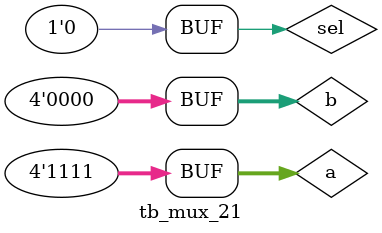
<source format=v>
module tb_mux_21();

reg [3:0] a, b;
reg sel;
wire [3:0] out;

mux_21 mux0(.a(a), .b(b), .sel(sel), .out(out));

initial begin
	a = 4'b1111;
	b = 4'b0000;
	sel = 0;
end

endmodule
</source>
